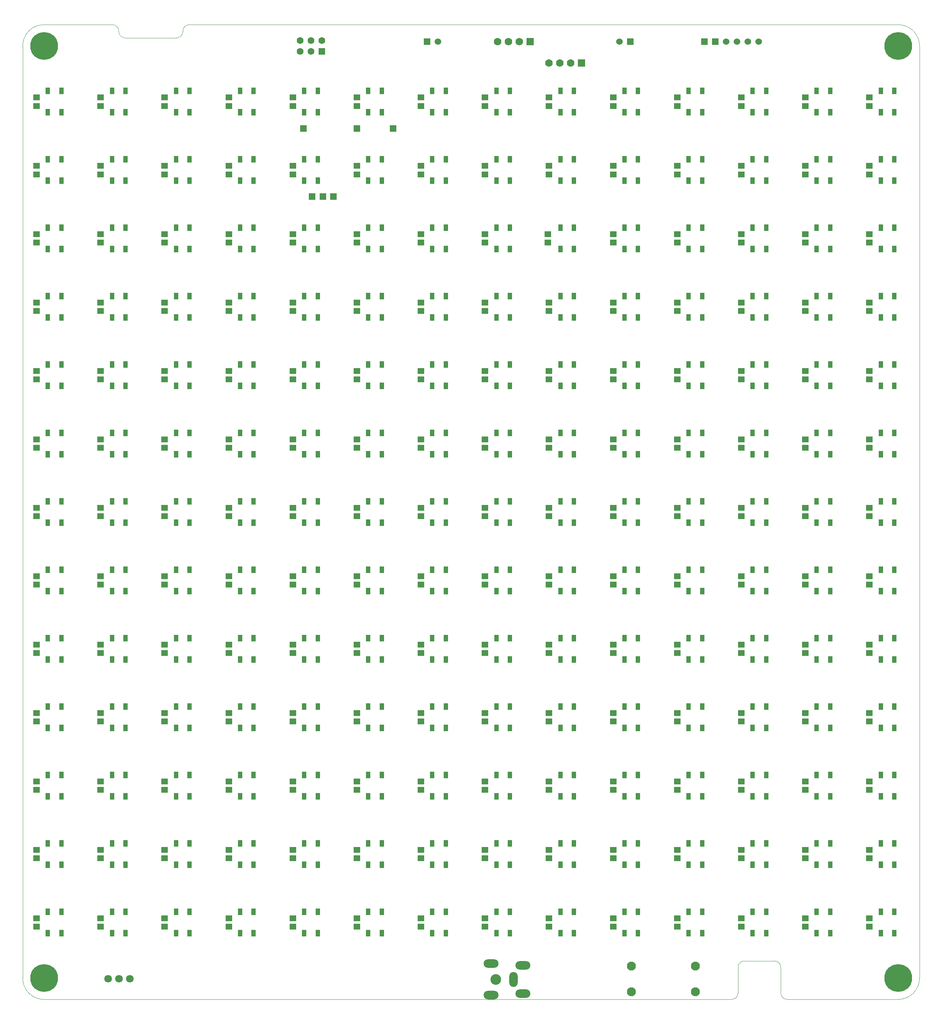
<source format=gts>
%FSLAX46Y46*%
G04 Gerber Fmt 4.6, Leading zero omitted, Abs format (unit mm)*
G04 Created by KiCad (PCBNEW (2014-09-25 BZR 5147)-product) date Monday 20 October 2014 05:54:54 PM IST*
%MOMM*%
G01*
G04 APERTURE LIST*
%ADD10C,0.150000*%
%ADD11C,0.100000*%
%ADD12C,6.500000*%
%ADD13R,1.524000X1.524000*%
%ADD14O,2.000000X3.500000*%
%ADD15O,3.500000X2.000000*%
%ADD16C,2.500000*%
%ADD17C,2.100000*%
%ADD18R,1.600000X1.600000*%
%ADD19C,1.600000*%
%ADD20C,1.524000*%
%ADD21R,1.550000X1.350000*%
%ADD22R,1.016000X1.524000*%
%ADD23C,1.778000*%
%ADD24R,1.778000X1.778000*%
%ADD25C,1.800000*%
G04 APERTURE END LIST*
D10*
D11*
X220000000Y-269000000D02*
X59000000Y-269000000D01*
X233000000Y-269000000D02*
X259000000Y-269000000D01*
X231500000Y-261500000D02*
X231500000Y-267500000D01*
X221500000Y-267500000D02*
X221500000Y-261500000D01*
X231500000Y-267500000D02*
G75*
G03X233000000Y-269000000I1500000J0D01*
G74*
G01*
X220000000Y-269000000D02*
G75*
G03X221500000Y-267500000I0J1500000D01*
G74*
G01*
X231500000Y-261500000D02*
G75*
G03X230000000Y-260000000I-1500000J0D01*
G74*
G01*
X223000000Y-260000000D02*
G75*
G03X221500000Y-261500000I0J-1500000D01*
G74*
G01*
X264000000Y-46000000D02*
X264000000Y-264000000D01*
X93000000Y-41000000D02*
X259000000Y-41000000D01*
X75000000Y-41000000D02*
X59000000Y-41000000D01*
X76500000Y-42500000D02*
X76500000Y-42600000D01*
X76500000Y-42500000D02*
G75*
G03X75000000Y-41000000I-1500000J0D01*
G74*
G01*
X91500000Y-42500000D02*
X91500000Y-42600000D01*
X93000000Y-41000000D02*
G75*
G03X91500000Y-42500000I0J-1500000D01*
G74*
G01*
X90000000Y-44100000D02*
G75*
G03X91500000Y-42600000I0J1500000D01*
G74*
G01*
X76500000Y-42600000D02*
G75*
G03X78000000Y-44100000I1500000J0D01*
G74*
G01*
X84000000Y-44100000D02*
X90000000Y-44100000D01*
X84000000Y-44100000D02*
X78000000Y-44100000D01*
X54000000Y-264000000D02*
X54000000Y-46000000D01*
X259000000Y-269000000D02*
G75*
G03X264000000Y-264000000I0J5000000D01*
G74*
G01*
X264000000Y-46000000D02*
G75*
G03X259000000Y-41000000I-5000000J0D01*
G74*
G01*
X59000000Y-41000000D02*
G75*
G03X54000000Y-46000000I0J-5000000D01*
G74*
G01*
X54000000Y-264000000D02*
G75*
G03X59000000Y-269000000I5000000J0D01*
G74*
G01*
X230000000Y-260000000D02*
X223000000Y-260000000D01*
D12*
X259000000Y-264000000D03*
X59000000Y-264000000D03*
X259000000Y-46000000D03*
X59000000Y-46000000D03*
D13*
X121800000Y-81200000D03*
X124300000Y-81200000D03*
X126800000Y-81200000D03*
X140750000Y-65250000D03*
X132250000Y-65250000D03*
D14*
X168900000Y-264300000D03*
D15*
X171100000Y-261000000D03*
X171100000Y-267600000D03*
X163700000Y-260600000D03*
X163700000Y-268000000D03*
D16*
X164800000Y-264300000D03*
D17*
X211500000Y-261200000D03*
X211500000Y-267200000D03*
X196500000Y-261200000D03*
X196500000Y-267200000D03*
D18*
X124040000Y-47270000D03*
D19*
X124040000Y-44730000D03*
X121500000Y-47270000D03*
X121500000Y-44730000D03*
X118960000Y-47270000D03*
X118960000Y-44730000D03*
D13*
X148730000Y-45000000D03*
D20*
X151270000Y-45000000D03*
D13*
X196270000Y-45000000D03*
D20*
X193730000Y-45000000D03*
D21*
X252250000Y-250000000D03*
X252250000Y-252000000D03*
X237250000Y-250000000D03*
X237250000Y-252000000D03*
X222250000Y-250000000D03*
X222250000Y-252000000D03*
X207250000Y-250000000D03*
X207250000Y-252000000D03*
X192250000Y-250000000D03*
X192250000Y-252000000D03*
X177250000Y-250000000D03*
X177250000Y-252000000D03*
X162250000Y-250000000D03*
X162250000Y-252000000D03*
X147250000Y-250000000D03*
X147250000Y-252000000D03*
X132250000Y-250000000D03*
X132250000Y-252000000D03*
X117250000Y-250000000D03*
X117250000Y-252000000D03*
X102250000Y-250000000D03*
X102250000Y-252000000D03*
X87250000Y-250000000D03*
X87250000Y-252000000D03*
X72250000Y-250000000D03*
X72250000Y-252000000D03*
X57250000Y-250000000D03*
X57250000Y-252000000D03*
X252250000Y-234000000D03*
X252250000Y-236000000D03*
X237250000Y-234000000D03*
X237250000Y-236000000D03*
X222250000Y-234000000D03*
X222250000Y-236000000D03*
X207250000Y-234000000D03*
X207250000Y-236000000D03*
X192250000Y-234000000D03*
X192250000Y-236000000D03*
X177250000Y-234000000D03*
X177250000Y-236000000D03*
X162250000Y-234000000D03*
X162250000Y-236000000D03*
X147250000Y-234000000D03*
X147250000Y-236000000D03*
X132250000Y-234000000D03*
X132250000Y-236000000D03*
X117250000Y-234000000D03*
X117250000Y-236000000D03*
X102250000Y-234000000D03*
X102250000Y-236000000D03*
X87250000Y-234000000D03*
X87250000Y-236000000D03*
X72250000Y-234000000D03*
X72250000Y-236000000D03*
X57250000Y-234000000D03*
X57250000Y-236000000D03*
X252250000Y-218000000D03*
X252250000Y-220000000D03*
X237250000Y-218000000D03*
X237250000Y-220000000D03*
X222250000Y-218000000D03*
X222250000Y-220000000D03*
X207250000Y-218000000D03*
X207250000Y-220000000D03*
X192250000Y-218000000D03*
X192250000Y-220000000D03*
X177250000Y-218000000D03*
X177250000Y-220000000D03*
X162250000Y-218000000D03*
X162250000Y-220000000D03*
X147250000Y-218000000D03*
X147250000Y-220000000D03*
X132250000Y-218000000D03*
X132250000Y-220000000D03*
X117250000Y-218000000D03*
X117250000Y-220000000D03*
X102250000Y-218000000D03*
X102250000Y-220000000D03*
X87250000Y-218000000D03*
X87250000Y-220000000D03*
X72250000Y-218000000D03*
X72250000Y-220000000D03*
X57250000Y-218000000D03*
X57250000Y-220000000D03*
X252250000Y-202000000D03*
X252250000Y-204000000D03*
X237250000Y-202000000D03*
X237250000Y-204000000D03*
X222250000Y-202000000D03*
X222250000Y-204000000D03*
X207250000Y-202000000D03*
X207250000Y-204000000D03*
X192250000Y-202000000D03*
X192250000Y-204000000D03*
X177250000Y-202000000D03*
X177250000Y-204000000D03*
X162250000Y-202000000D03*
X162250000Y-204000000D03*
X147250000Y-202000000D03*
X147250000Y-204000000D03*
X132250000Y-202000000D03*
X132250000Y-204000000D03*
X117250000Y-202000000D03*
X117250000Y-204000000D03*
X102250000Y-202000000D03*
X102250000Y-204000000D03*
X87250000Y-202000000D03*
X87250000Y-204000000D03*
X72250000Y-202000000D03*
X72250000Y-204000000D03*
X57250000Y-202000000D03*
X57250000Y-204000000D03*
X252250000Y-186000000D03*
X252250000Y-188000000D03*
X237250000Y-186000000D03*
X237250000Y-188000000D03*
X222250000Y-186000000D03*
X222250000Y-188000000D03*
X207250000Y-186000000D03*
X207250000Y-188000000D03*
X192250000Y-186000000D03*
X192250000Y-188000000D03*
X177250000Y-186000000D03*
X177250000Y-188000000D03*
X162250000Y-186000000D03*
X162250000Y-188000000D03*
X147250000Y-186000000D03*
X147250000Y-188000000D03*
X132250000Y-186000000D03*
X132250000Y-188000000D03*
X117250000Y-186000000D03*
X117250000Y-188000000D03*
X102250000Y-186000000D03*
X102250000Y-188000000D03*
X87250000Y-186000000D03*
X87250000Y-188000000D03*
X72250000Y-186000000D03*
X72250000Y-188000000D03*
X57250000Y-186000000D03*
X57250000Y-188000000D03*
X252250000Y-170000000D03*
X252250000Y-172000000D03*
X237250000Y-170000000D03*
X237250000Y-172000000D03*
X222250000Y-170000000D03*
X222250000Y-172000000D03*
X207250000Y-170000000D03*
X207250000Y-172000000D03*
X192250000Y-170000000D03*
X192250000Y-172000000D03*
X177250000Y-170000000D03*
X177250000Y-172000000D03*
X162250000Y-170000000D03*
X162250000Y-172000000D03*
X147250000Y-170000000D03*
X147250000Y-172000000D03*
X132250000Y-170000000D03*
X132250000Y-172000000D03*
X117250000Y-170000000D03*
X117250000Y-172000000D03*
X102250000Y-170000000D03*
X102250000Y-172000000D03*
X87250000Y-170000000D03*
X87250000Y-172000000D03*
X72250000Y-170000000D03*
X72250000Y-172000000D03*
X57250000Y-170000000D03*
X57250000Y-172000000D03*
X252250000Y-154000000D03*
X252250000Y-156000000D03*
X237250000Y-154000000D03*
X237250000Y-156000000D03*
X222250000Y-154000000D03*
X222250000Y-156000000D03*
X207250000Y-154000000D03*
X207250000Y-156000000D03*
X192250000Y-154000000D03*
X192250000Y-156000000D03*
X177250000Y-154000000D03*
X177250000Y-156000000D03*
X162250000Y-154000000D03*
X162250000Y-156000000D03*
X147250000Y-154000000D03*
X147250000Y-156000000D03*
X132250000Y-154000000D03*
X132250000Y-156000000D03*
X117250000Y-154000000D03*
X117250000Y-156000000D03*
X102250000Y-154000000D03*
X102250000Y-156000000D03*
X87250000Y-154000000D03*
X87250000Y-156000000D03*
X72250000Y-154000000D03*
X72250000Y-156000000D03*
X57250000Y-154000000D03*
X57250000Y-156000000D03*
X252250000Y-138000000D03*
X252250000Y-140000000D03*
X237250000Y-138000000D03*
X237250000Y-140000000D03*
X222250000Y-138000000D03*
X222250000Y-140000000D03*
X207250000Y-138000000D03*
X207250000Y-140000000D03*
X192250000Y-138000000D03*
X192250000Y-140000000D03*
X177250000Y-138000000D03*
X177250000Y-140000000D03*
X162250000Y-138000000D03*
X162250000Y-140000000D03*
X147250000Y-138000000D03*
X147250000Y-140000000D03*
X132250000Y-138000000D03*
X132250000Y-140000000D03*
X117250000Y-138000000D03*
X117250000Y-140000000D03*
X102250000Y-138000000D03*
X102250000Y-140000000D03*
X87250000Y-138000000D03*
X87250000Y-140000000D03*
X72250000Y-138000000D03*
X72250000Y-140000000D03*
X57250000Y-138000000D03*
X57250000Y-140000000D03*
X252250000Y-122000000D03*
X252250000Y-124000000D03*
X237250000Y-122000000D03*
X237250000Y-124000000D03*
X222250000Y-122000000D03*
X222250000Y-124000000D03*
X207250000Y-122000000D03*
X207250000Y-124000000D03*
X192250000Y-122000000D03*
X192250000Y-124000000D03*
X177250000Y-122000000D03*
X177250000Y-124000000D03*
X162250000Y-122000000D03*
X162250000Y-124000000D03*
X147250000Y-122000000D03*
X147250000Y-124000000D03*
X132250000Y-122000000D03*
X132250000Y-124000000D03*
X117250000Y-122000000D03*
X117250000Y-124000000D03*
X102250000Y-122000000D03*
X102250000Y-124000000D03*
X87250000Y-122000000D03*
X87250000Y-124000000D03*
X72250000Y-122000000D03*
X72250000Y-124000000D03*
X57250000Y-122000000D03*
X57250000Y-124000000D03*
X252250000Y-106000000D03*
X252250000Y-108000000D03*
X237250000Y-106000000D03*
X237250000Y-108000000D03*
X222250000Y-106000000D03*
X222250000Y-108000000D03*
X207250000Y-106000000D03*
X207250000Y-108000000D03*
X192250000Y-106000000D03*
X192250000Y-108000000D03*
X177250000Y-106000000D03*
X177250000Y-108000000D03*
X162250000Y-106000000D03*
X162250000Y-108000000D03*
X147250000Y-106000000D03*
X147250000Y-108000000D03*
X132250000Y-106000000D03*
X132250000Y-108000000D03*
X117250000Y-106000000D03*
X117250000Y-108000000D03*
X102250000Y-106000000D03*
X102250000Y-108000000D03*
X87250000Y-106000000D03*
X87250000Y-108000000D03*
X72250000Y-106000000D03*
X72250000Y-108000000D03*
X57250000Y-106000000D03*
X57250000Y-108000000D03*
X252250000Y-90000000D03*
X252250000Y-92000000D03*
X237250000Y-90000000D03*
X237250000Y-92000000D03*
X222250000Y-90000000D03*
X222250000Y-92000000D03*
X207250000Y-90000000D03*
X207250000Y-92000000D03*
X192250000Y-90000000D03*
X192250000Y-92000000D03*
X177000000Y-90000000D03*
X177000000Y-92000000D03*
X162250000Y-90000000D03*
X162250000Y-92000000D03*
X147250000Y-90000000D03*
X147250000Y-92000000D03*
X132250000Y-90000000D03*
X132250000Y-92000000D03*
X117250000Y-90000000D03*
X117250000Y-92000000D03*
X102250000Y-90000000D03*
X102250000Y-92000000D03*
X87250000Y-90000000D03*
X87250000Y-92000000D03*
X72250000Y-90000000D03*
X72250000Y-92000000D03*
X57250000Y-90000000D03*
X57250000Y-92000000D03*
X252250000Y-74000000D03*
X252250000Y-76000000D03*
X237250000Y-74000000D03*
X237250000Y-76000000D03*
X222250000Y-74000000D03*
X222250000Y-76000000D03*
X207250000Y-74000000D03*
X207250000Y-76000000D03*
X192250000Y-74000000D03*
X192250000Y-76000000D03*
X177250000Y-74000000D03*
X177250000Y-76000000D03*
X162250000Y-74000000D03*
X162250000Y-76000000D03*
X147250000Y-74000000D03*
X147250000Y-76000000D03*
X132250000Y-74000000D03*
X132250000Y-76000000D03*
X117250000Y-74000000D03*
X117250000Y-76000000D03*
X102250000Y-74000000D03*
X102250000Y-76000000D03*
X87250000Y-74000000D03*
X87250000Y-76000000D03*
X72250000Y-74000000D03*
X72250000Y-76000000D03*
X57250000Y-74000000D03*
X57250000Y-76000000D03*
X252250000Y-58000000D03*
X252250000Y-60000000D03*
X237250000Y-58000000D03*
X237250000Y-60000000D03*
X222250000Y-58000000D03*
X222250000Y-60000000D03*
X207250000Y-58000000D03*
X207250000Y-60000000D03*
X192250000Y-58000000D03*
X192250000Y-60000000D03*
X177250000Y-58000000D03*
X177250000Y-60000000D03*
X162250000Y-58000000D03*
X162250000Y-60000000D03*
X147250000Y-58000000D03*
X147250000Y-60000000D03*
X132250000Y-58000000D03*
X132250000Y-60000000D03*
X117250000Y-58000000D03*
X117250000Y-60000000D03*
X102250000Y-58000000D03*
X102250000Y-60000000D03*
X87250000Y-58000000D03*
X87250000Y-60000000D03*
X72250000Y-58000000D03*
X72250000Y-60000000D03*
X57250000Y-58000000D03*
X57250000Y-60000000D03*
D22*
X138087500Y-72523500D03*
X134912500Y-72523500D03*
X134912500Y-77476500D03*
X138087500Y-77476500D03*
X258087500Y-248523500D03*
X254912500Y-248523500D03*
X254912500Y-253476500D03*
X258087500Y-253476500D03*
X243087500Y-248523500D03*
X239912500Y-248523500D03*
X239912500Y-253476500D03*
X243087500Y-253476500D03*
X228087500Y-248523500D03*
X224912500Y-248523500D03*
X224912500Y-253476500D03*
X228087500Y-253476500D03*
X213087500Y-248523500D03*
X209912500Y-248523500D03*
X209912500Y-253476500D03*
X213087500Y-253476500D03*
X198087500Y-248523500D03*
X194912500Y-248523500D03*
X194912500Y-253476500D03*
X198087500Y-253476500D03*
X183087500Y-248523500D03*
X179912500Y-248523500D03*
X179912500Y-253476500D03*
X183087500Y-253476500D03*
X168087500Y-248523500D03*
X164912500Y-248523500D03*
X164912500Y-253476500D03*
X168087500Y-253476500D03*
X153087500Y-248523500D03*
X149912500Y-248523500D03*
X149912500Y-253476500D03*
X153087500Y-253476500D03*
X138087500Y-248523500D03*
X134912500Y-248523500D03*
X134912500Y-253476500D03*
X138087500Y-253476500D03*
X123087500Y-248523500D03*
X119912500Y-248523500D03*
X119912500Y-253476500D03*
X123087500Y-253476500D03*
X108087500Y-248523500D03*
X104912500Y-248523500D03*
X104912500Y-253476500D03*
X108087500Y-253476500D03*
X93087500Y-248523500D03*
X89912500Y-248523500D03*
X89912500Y-253476500D03*
X93087500Y-253476500D03*
X78087500Y-248523500D03*
X74912500Y-248523500D03*
X74912500Y-253476500D03*
X78087500Y-253476500D03*
X63087500Y-248523500D03*
X59912500Y-248523500D03*
X59912500Y-253476500D03*
X63087500Y-253476500D03*
X258087500Y-232523500D03*
X254912500Y-232523500D03*
X254912500Y-237476500D03*
X258087500Y-237476500D03*
X243087500Y-232523500D03*
X239912500Y-232523500D03*
X239912500Y-237476500D03*
X243087500Y-237476500D03*
X228087500Y-232523500D03*
X224912500Y-232523500D03*
X224912500Y-237476500D03*
X228087500Y-237476500D03*
X213087500Y-232523500D03*
X209912500Y-232523500D03*
X209912500Y-237476500D03*
X213087500Y-237476500D03*
X198087500Y-232523500D03*
X194912500Y-232523500D03*
X194912500Y-237476500D03*
X198087500Y-237476500D03*
X183087500Y-232523500D03*
X179912500Y-232523500D03*
X179912500Y-237476500D03*
X183087500Y-237476500D03*
X168087500Y-232523500D03*
X164912500Y-232523500D03*
X164912500Y-237476500D03*
X168087500Y-237476500D03*
X153087500Y-232523500D03*
X149912500Y-232523500D03*
X149912500Y-237476500D03*
X153087500Y-237476500D03*
X138087500Y-232523500D03*
X134912500Y-232523500D03*
X134912500Y-237476500D03*
X138087500Y-237476500D03*
X123087500Y-232523500D03*
X119912500Y-232523500D03*
X119912500Y-237476500D03*
X123087500Y-237476500D03*
X108087500Y-232523500D03*
X104912500Y-232523500D03*
X104912500Y-237476500D03*
X108087500Y-237476500D03*
X93087500Y-232523500D03*
X89912500Y-232523500D03*
X89912500Y-237476500D03*
X93087500Y-237476500D03*
X78087500Y-232523500D03*
X74912500Y-232523500D03*
X74912500Y-237476500D03*
X78087500Y-237476500D03*
X63087500Y-232523500D03*
X59912500Y-232523500D03*
X59912500Y-237476500D03*
X63087500Y-237476500D03*
X258087500Y-216523500D03*
X254912500Y-216523500D03*
X254912500Y-221476500D03*
X258087500Y-221476500D03*
X243087500Y-216523500D03*
X239912500Y-216523500D03*
X239912500Y-221476500D03*
X243087500Y-221476500D03*
X228087500Y-216523500D03*
X224912500Y-216523500D03*
X224912500Y-221476500D03*
X228087500Y-221476500D03*
X213087500Y-216523500D03*
X209912500Y-216523500D03*
X209912500Y-221476500D03*
X213087500Y-221476500D03*
X198087500Y-216523500D03*
X194912500Y-216523500D03*
X194912500Y-221476500D03*
X198087500Y-221476500D03*
X183087500Y-216523500D03*
X179912500Y-216523500D03*
X179912500Y-221476500D03*
X183087500Y-221476500D03*
X168087500Y-216523500D03*
X164912500Y-216523500D03*
X164912500Y-221476500D03*
X168087500Y-221476500D03*
X153087500Y-216523500D03*
X149912500Y-216523500D03*
X149912500Y-221476500D03*
X153087500Y-221476500D03*
X138087500Y-216523500D03*
X134912500Y-216523500D03*
X134912500Y-221476500D03*
X138087500Y-221476500D03*
X123087500Y-216523500D03*
X119912500Y-216523500D03*
X119912500Y-221476500D03*
X123087500Y-221476500D03*
X108087500Y-216523500D03*
X104912500Y-216523500D03*
X104912500Y-221476500D03*
X108087500Y-221476500D03*
X93087500Y-216523500D03*
X89912500Y-216523500D03*
X89912500Y-221476500D03*
X93087500Y-221476500D03*
X78087500Y-216523500D03*
X74912500Y-216523500D03*
X74912500Y-221476500D03*
X78087500Y-221476500D03*
X63087500Y-216523500D03*
X59912500Y-216523500D03*
X59912500Y-221476500D03*
X63087500Y-221476500D03*
X258087500Y-200523500D03*
X254912500Y-200523500D03*
X254912500Y-205476500D03*
X258087500Y-205476500D03*
X243087500Y-200523500D03*
X239912500Y-200523500D03*
X239912500Y-205476500D03*
X243087500Y-205476500D03*
X228087500Y-200523500D03*
X224912500Y-200523500D03*
X224912500Y-205476500D03*
X228087500Y-205476500D03*
X213087500Y-200523500D03*
X209912500Y-200523500D03*
X209912500Y-205476500D03*
X213087500Y-205476500D03*
X198087500Y-200523500D03*
X194912500Y-200523500D03*
X194912500Y-205476500D03*
X198087500Y-205476500D03*
X183087500Y-200523500D03*
X179912500Y-200523500D03*
X179912500Y-205476500D03*
X183087500Y-205476500D03*
X168087500Y-200523500D03*
X164912500Y-200523500D03*
X164912500Y-205476500D03*
X168087500Y-205476500D03*
X153087500Y-200523500D03*
X149912500Y-200523500D03*
X149912500Y-205476500D03*
X153087500Y-205476500D03*
X138087500Y-200523500D03*
X134912500Y-200523500D03*
X134912500Y-205476500D03*
X138087500Y-205476500D03*
X123087500Y-200523500D03*
X119912500Y-200523500D03*
X119912500Y-205476500D03*
X123087500Y-205476500D03*
X108087500Y-200523500D03*
X104912500Y-200523500D03*
X104912500Y-205476500D03*
X108087500Y-205476500D03*
X93087500Y-200523500D03*
X89912500Y-200523500D03*
X89912500Y-205476500D03*
X93087500Y-205476500D03*
X78087500Y-200523500D03*
X74912500Y-200523500D03*
X74912500Y-205476500D03*
X78087500Y-205476500D03*
X63087500Y-200523500D03*
X59912500Y-200523500D03*
X59912500Y-205476500D03*
X63087500Y-205476500D03*
X258087500Y-184523500D03*
X254912500Y-184523500D03*
X254912500Y-189476500D03*
X258087500Y-189476500D03*
X243087500Y-184523500D03*
X239912500Y-184523500D03*
X239912500Y-189476500D03*
X243087500Y-189476500D03*
X228087500Y-184523500D03*
X224912500Y-184523500D03*
X224912500Y-189476500D03*
X228087500Y-189476500D03*
X213087500Y-184523500D03*
X209912500Y-184523500D03*
X209912500Y-189476500D03*
X213087500Y-189476500D03*
X198087500Y-184523500D03*
X194912500Y-184523500D03*
X194912500Y-189476500D03*
X198087500Y-189476500D03*
X183087500Y-184523500D03*
X179912500Y-184523500D03*
X179912500Y-189476500D03*
X183087500Y-189476500D03*
X168087500Y-184523500D03*
X164912500Y-184523500D03*
X164912500Y-189476500D03*
X168087500Y-189476500D03*
X153087500Y-184523500D03*
X149912500Y-184523500D03*
X149912500Y-189476500D03*
X153087500Y-189476500D03*
X138087500Y-184523500D03*
X134912500Y-184523500D03*
X134912500Y-189476500D03*
X138087500Y-189476500D03*
X123087500Y-184523500D03*
X119912500Y-184523500D03*
X119912500Y-189476500D03*
X123087500Y-189476500D03*
X108087500Y-184523500D03*
X104912500Y-184523500D03*
X104912500Y-189476500D03*
X108087500Y-189476500D03*
X93087500Y-184523500D03*
X89912500Y-184523500D03*
X89912500Y-189476500D03*
X93087500Y-189476500D03*
X78087500Y-184523500D03*
X74912500Y-184523500D03*
X74912500Y-189476500D03*
X78087500Y-189476500D03*
X63087500Y-184523500D03*
X59912500Y-184523500D03*
X59912500Y-189476500D03*
X63087500Y-189476500D03*
X258087500Y-168523500D03*
X254912500Y-168523500D03*
X254912500Y-173476500D03*
X258087500Y-173476500D03*
X243087500Y-168523500D03*
X239912500Y-168523500D03*
X239912500Y-173476500D03*
X243087500Y-173476500D03*
X228087500Y-168523500D03*
X224912500Y-168523500D03*
X224912500Y-173476500D03*
X228087500Y-173476500D03*
X213087500Y-168523500D03*
X209912500Y-168523500D03*
X209912500Y-173476500D03*
X213087500Y-173476500D03*
X198087500Y-168523500D03*
X194912500Y-168523500D03*
X194912500Y-173476500D03*
X198087500Y-173476500D03*
X183087500Y-168523500D03*
X179912500Y-168523500D03*
X179912500Y-173476500D03*
X183087500Y-173476500D03*
X168087500Y-168523500D03*
X164912500Y-168523500D03*
X164912500Y-173476500D03*
X168087500Y-173476500D03*
X153087500Y-168523500D03*
X149912500Y-168523500D03*
X149912500Y-173476500D03*
X153087500Y-173476500D03*
X138087500Y-168523500D03*
X134912500Y-168523500D03*
X134912500Y-173476500D03*
X138087500Y-173476500D03*
X123087500Y-168523500D03*
X119912500Y-168523500D03*
X119912500Y-173476500D03*
X123087500Y-173476500D03*
X108087500Y-168523500D03*
X104912500Y-168523500D03*
X104912500Y-173476500D03*
X108087500Y-173476500D03*
X93087500Y-168523500D03*
X89912500Y-168523500D03*
X89912500Y-173476500D03*
X93087500Y-173476500D03*
X78087500Y-168523500D03*
X74912500Y-168523500D03*
X74912500Y-173476500D03*
X78087500Y-173476500D03*
X63087500Y-168523500D03*
X59912500Y-168523500D03*
X59912500Y-173476500D03*
X63087500Y-173476500D03*
X258087500Y-152523500D03*
X254912500Y-152523500D03*
X254912500Y-157476500D03*
X258087500Y-157476500D03*
X243087500Y-152523500D03*
X239912500Y-152523500D03*
X239912500Y-157476500D03*
X243087500Y-157476500D03*
X228087500Y-152523500D03*
X224912500Y-152523500D03*
X224912500Y-157476500D03*
X228087500Y-157476500D03*
X213087500Y-152523500D03*
X209912500Y-152523500D03*
X209912500Y-157476500D03*
X213087500Y-157476500D03*
X198087500Y-152523500D03*
X194912500Y-152523500D03*
X194912500Y-157476500D03*
X198087500Y-157476500D03*
X183087500Y-152523500D03*
X179912500Y-152523500D03*
X179912500Y-157476500D03*
X183087500Y-157476500D03*
X168087500Y-152523500D03*
X164912500Y-152523500D03*
X164912500Y-157476500D03*
X168087500Y-157476500D03*
X153087500Y-152523500D03*
X149912500Y-152523500D03*
X149912500Y-157476500D03*
X153087500Y-157476500D03*
X138087500Y-152523500D03*
X134912500Y-152523500D03*
X134912500Y-157476500D03*
X138087500Y-157476500D03*
X123087500Y-152523500D03*
X119912500Y-152523500D03*
X119912500Y-157476500D03*
X123087500Y-157476500D03*
X108087500Y-152523500D03*
X104912500Y-152523500D03*
X104912500Y-157476500D03*
X108087500Y-157476500D03*
X93087500Y-152523500D03*
X89912500Y-152523500D03*
X89912500Y-157476500D03*
X93087500Y-157476500D03*
X78087500Y-152523500D03*
X74912500Y-152523500D03*
X74912500Y-157476500D03*
X78087500Y-157476500D03*
X63087500Y-152523500D03*
X59912500Y-152523500D03*
X59912500Y-157476500D03*
X63087500Y-157476500D03*
X258087500Y-136523500D03*
X254912500Y-136523500D03*
X254912500Y-141476500D03*
X258087500Y-141476500D03*
X243087500Y-136523500D03*
X239912500Y-136523500D03*
X239912500Y-141476500D03*
X243087500Y-141476500D03*
X228087500Y-136523500D03*
X224912500Y-136523500D03*
X224912500Y-141476500D03*
X228087500Y-141476500D03*
X213087500Y-136523500D03*
X209912500Y-136523500D03*
X209912500Y-141476500D03*
X213087500Y-141476500D03*
X198087500Y-136523500D03*
X194912500Y-136523500D03*
X194912500Y-141476500D03*
X198087500Y-141476500D03*
X183087500Y-136523500D03*
X179912500Y-136523500D03*
X179912500Y-141476500D03*
X183087500Y-141476500D03*
X168087500Y-136523500D03*
X164912500Y-136523500D03*
X164912500Y-141476500D03*
X168087500Y-141476500D03*
X153087500Y-136523500D03*
X149912500Y-136523500D03*
X149912500Y-141476500D03*
X153087500Y-141476500D03*
X138087500Y-136523500D03*
X134912500Y-136523500D03*
X134912500Y-141476500D03*
X138087500Y-141476500D03*
X123087500Y-136523500D03*
X119912500Y-136523500D03*
X119912500Y-141476500D03*
X123087500Y-141476500D03*
X108087500Y-136523500D03*
X104912500Y-136523500D03*
X104912500Y-141476500D03*
X108087500Y-141476500D03*
X93087500Y-136523500D03*
X89912500Y-136523500D03*
X89912500Y-141476500D03*
X93087500Y-141476500D03*
X78087500Y-136523500D03*
X74912500Y-136523500D03*
X74912500Y-141476500D03*
X78087500Y-141476500D03*
X63087500Y-136523500D03*
X59912500Y-136523500D03*
X59912500Y-141476500D03*
X63087500Y-141476500D03*
X258087500Y-120523500D03*
X254912500Y-120523500D03*
X254912500Y-125476500D03*
X258087500Y-125476500D03*
X243087500Y-120523500D03*
X239912500Y-120523500D03*
X239912500Y-125476500D03*
X243087500Y-125476500D03*
X228087500Y-120523500D03*
X224912500Y-120523500D03*
X224912500Y-125476500D03*
X228087500Y-125476500D03*
X213087500Y-120523500D03*
X209912500Y-120523500D03*
X209912500Y-125476500D03*
X213087500Y-125476500D03*
X198087500Y-120523500D03*
X194912500Y-120523500D03*
X194912500Y-125476500D03*
X198087500Y-125476500D03*
X183087500Y-120523500D03*
X179912500Y-120523500D03*
X179912500Y-125476500D03*
X183087500Y-125476500D03*
X168087500Y-120523500D03*
X164912500Y-120523500D03*
X164912500Y-125476500D03*
X168087500Y-125476500D03*
X153087500Y-120523500D03*
X149912500Y-120523500D03*
X149912500Y-125476500D03*
X153087500Y-125476500D03*
X138087500Y-120523500D03*
X134912500Y-120523500D03*
X134912500Y-125476500D03*
X138087500Y-125476500D03*
X123087500Y-120523500D03*
X119912500Y-120523500D03*
X119912500Y-125476500D03*
X123087500Y-125476500D03*
X108087500Y-120523500D03*
X104912500Y-120523500D03*
X104912500Y-125476500D03*
X108087500Y-125476500D03*
X93087500Y-120523500D03*
X89912500Y-120523500D03*
X89912500Y-125476500D03*
X93087500Y-125476500D03*
X78087500Y-120523500D03*
X74912500Y-120523500D03*
X74912500Y-125476500D03*
X78087500Y-125476500D03*
X63087500Y-120523500D03*
X59912500Y-120523500D03*
X59912500Y-125476500D03*
X63087500Y-125476500D03*
X258087500Y-104523500D03*
X254912500Y-104523500D03*
X254912500Y-109476500D03*
X258087500Y-109476500D03*
X243087500Y-104523500D03*
X239912500Y-104523500D03*
X239912500Y-109476500D03*
X243087500Y-109476500D03*
X228087500Y-104523500D03*
X224912500Y-104523500D03*
X224912500Y-109476500D03*
X228087500Y-109476500D03*
X213087500Y-104523500D03*
X209912500Y-104523500D03*
X209912500Y-109476500D03*
X213087500Y-109476500D03*
X198087500Y-104523500D03*
X194912500Y-104523500D03*
X194912500Y-109476500D03*
X198087500Y-109476500D03*
X183087500Y-104523500D03*
X179912500Y-104523500D03*
X179912500Y-109476500D03*
X183087500Y-109476500D03*
X168087500Y-104523500D03*
X164912500Y-104523500D03*
X164912500Y-109476500D03*
X168087500Y-109476500D03*
X153087500Y-104523500D03*
X149912500Y-104523500D03*
X149912500Y-109476500D03*
X153087500Y-109476500D03*
X138087500Y-104523500D03*
X134912500Y-104523500D03*
X134912500Y-109476500D03*
X138087500Y-109476500D03*
X123087500Y-104523500D03*
X119912500Y-104523500D03*
X119912500Y-109476500D03*
X123087500Y-109476500D03*
X108087500Y-104523500D03*
X104912500Y-104523500D03*
X104912500Y-109476500D03*
X108087500Y-109476500D03*
X93087500Y-104523500D03*
X89912500Y-104523500D03*
X89912500Y-109476500D03*
X93087500Y-109476500D03*
X78087500Y-104523500D03*
X74912500Y-104523500D03*
X74912500Y-109476500D03*
X78087500Y-109476500D03*
X63087500Y-104523500D03*
X59912500Y-104523500D03*
X59912500Y-109476500D03*
X63087500Y-109476500D03*
X258087500Y-88523500D03*
X254912500Y-88523500D03*
X254912500Y-93476500D03*
X258087500Y-93476500D03*
X243087500Y-88523500D03*
X239912500Y-88523500D03*
X239912500Y-93476500D03*
X243087500Y-93476500D03*
X228087500Y-88523500D03*
X224912500Y-88523500D03*
X224912500Y-93476500D03*
X228087500Y-93476500D03*
X213087500Y-88523500D03*
X209912500Y-88523500D03*
X209912500Y-93476500D03*
X213087500Y-93476500D03*
X198087500Y-88523500D03*
X194912500Y-88523500D03*
X194912500Y-93476500D03*
X198087500Y-93476500D03*
X183087500Y-88523500D03*
X179912500Y-88523500D03*
X179912500Y-93476500D03*
X183087500Y-93476500D03*
X168087500Y-88523500D03*
X164912500Y-88523500D03*
X164912500Y-93476500D03*
X168087500Y-93476500D03*
X153087500Y-88523500D03*
X149912500Y-88523500D03*
X149912500Y-93476500D03*
X153087500Y-93476500D03*
X138087500Y-88523500D03*
X134912500Y-88523500D03*
X134912500Y-93476500D03*
X138087500Y-93476500D03*
X123087500Y-88523500D03*
X119912500Y-88523500D03*
X119912500Y-93476500D03*
X123087500Y-93476500D03*
X108087500Y-88523500D03*
X104912500Y-88523500D03*
X104912500Y-93476500D03*
X108087500Y-93476500D03*
X93087500Y-88523500D03*
X89912500Y-88523500D03*
X89912500Y-93476500D03*
X93087500Y-93476500D03*
X78087500Y-88523500D03*
X74912500Y-88523500D03*
X74912500Y-93476500D03*
X78087500Y-93476500D03*
X63087500Y-88523500D03*
X59912500Y-88523500D03*
X59912500Y-93476500D03*
X63087500Y-93476500D03*
X258087500Y-72523500D03*
X254912500Y-72523500D03*
X254912500Y-77476500D03*
X258087500Y-77476500D03*
X243087500Y-72523500D03*
X239912500Y-72523500D03*
X239912500Y-77476500D03*
X243087500Y-77476500D03*
X228087500Y-72523500D03*
X224912500Y-72523500D03*
X224912500Y-77476500D03*
X228087500Y-77476500D03*
X213087500Y-72523500D03*
X209912500Y-72523500D03*
X209912500Y-77476500D03*
X213087500Y-77476500D03*
X198087500Y-72523500D03*
X194912500Y-72523500D03*
X194912500Y-77476500D03*
X198087500Y-77476500D03*
X183087500Y-72523500D03*
X179912500Y-72523500D03*
X179912500Y-77476500D03*
X183087500Y-77476500D03*
X168087500Y-72523500D03*
X164912500Y-72523500D03*
X164912500Y-77476500D03*
X168087500Y-77476500D03*
X153087500Y-72523500D03*
X149912500Y-72523500D03*
X149912500Y-77476500D03*
X153087500Y-77476500D03*
X123087500Y-72523500D03*
X119912500Y-72523500D03*
X119912500Y-77476500D03*
X123087500Y-77476500D03*
X108087500Y-72523500D03*
X104912500Y-72523500D03*
X104912500Y-77476500D03*
X108087500Y-77476500D03*
X93087500Y-72523500D03*
X89912500Y-72523500D03*
X89912500Y-77476500D03*
X93087500Y-77476500D03*
X78087500Y-72523500D03*
X74912500Y-72523500D03*
X74912500Y-77476500D03*
X78087500Y-77476500D03*
X63087500Y-72523500D03*
X59912500Y-72523500D03*
X59912500Y-77476500D03*
X63087500Y-77476500D03*
X258087500Y-56523500D03*
X254912500Y-56523500D03*
X254912500Y-61476500D03*
X258087500Y-61476500D03*
X243087500Y-56523500D03*
X239912500Y-56523500D03*
X239912500Y-61476500D03*
X243087500Y-61476500D03*
X228087500Y-56523500D03*
X224912500Y-56523500D03*
X224912500Y-61476500D03*
X228087500Y-61476500D03*
X213087500Y-56523500D03*
X209912500Y-56523500D03*
X209912500Y-61476500D03*
X213087500Y-61476500D03*
X198087500Y-56523500D03*
X194912500Y-56523500D03*
X194912500Y-61476500D03*
X198087500Y-61476500D03*
X183087500Y-56523500D03*
X179912500Y-56523500D03*
X179912500Y-61476500D03*
X183087500Y-61476500D03*
X168087500Y-56523500D03*
X164912500Y-56523500D03*
X164912500Y-61476500D03*
X168087500Y-61476500D03*
X153087500Y-56523500D03*
X149912500Y-56523500D03*
X149912500Y-61476500D03*
X153087500Y-61476500D03*
X138087500Y-56523500D03*
X134912500Y-56523500D03*
X134912500Y-61476500D03*
X138087500Y-61476500D03*
X123087500Y-56523500D03*
X119912500Y-56523500D03*
X119912500Y-61476500D03*
X123087500Y-61476500D03*
X108087500Y-56523500D03*
X104912500Y-56523500D03*
X104912500Y-61476500D03*
X108087500Y-61476500D03*
X93087500Y-56523500D03*
X89912500Y-56523500D03*
X89912500Y-61476500D03*
X93087500Y-61476500D03*
X78087500Y-56523500D03*
X74912500Y-56523500D03*
X74912500Y-61476500D03*
X78087500Y-61476500D03*
X63087500Y-56523500D03*
X59912500Y-56523500D03*
X59912500Y-61476500D03*
X63087500Y-61476500D03*
D13*
X213650000Y-45000000D03*
X216190000Y-45000000D03*
D20*
X218730000Y-45000000D03*
X221270000Y-45000000D03*
X223810000Y-45000000D03*
X226350000Y-45000000D03*
D23*
X165190000Y-45000000D03*
X167730000Y-45000000D03*
X170270000Y-45000000D03*
D24*
X172810000Y-45000000D03*
D23*
X177190000Y-50000000D03*
X179730000Y-50000000D03*
X182270000Y-50000000D03*
D24*
X184810000Y-50000000D03*
D13*
X119750000Y-65250000D03*
D25*
X79121000Y-264160000D03*
X76581000Y-264160000D03*
X74041000Y-264160000D03*
M02*

</source>
